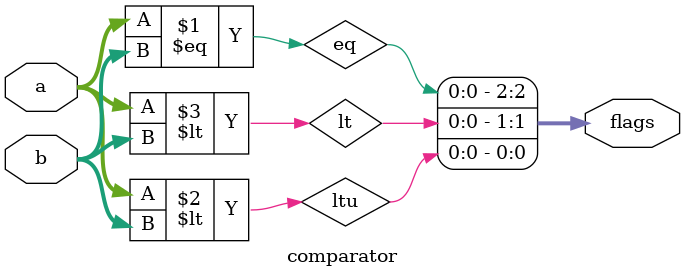
<source format=sv>
module comparator #(parameter WIDTH=32) 
  (input logic [WIDTH-1:0] a, b,
  output logic [2:0]    flags);

  logic 		  eq, lt, ltu;
  
  assign eq = (a == b);
  assign ltu = (a < b);
  assign lt = ($signed(a) < $signed(b));
  
  assign flags = {eq, lt, ltu};
  
endmodule
</source>
